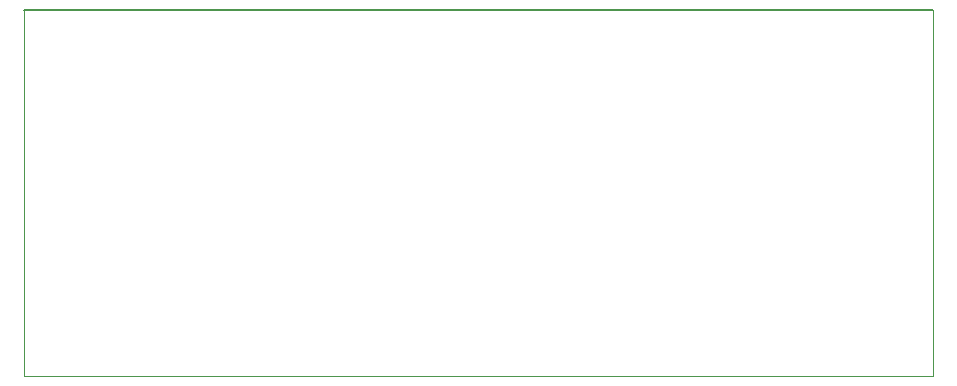
<source format=gbr>
%TF.GenerationSoftware,KiCad,Pcbnew,(6.0.2)*%
%TF.CreationDate,2022-04-04T11:02:24+02:00*%
%TF.ProjectId,numPAD_MCU,6e756d50-4144-45f4-9d43-552e6b696361,rev?*%
%TF.SameCoordinates,Original*%
%TF.FileFunction,Profile,NP*%
%FSLAX46Y46*%
G04 Gerber Fmt 4.6, Leading zero omitted, Abs format (unit mm)*
G04 Created by KiCad (PCBNEW (6.0.2)) date 2022-04-04 11:02:24*
%MOMM*%
%LPD*%
G01*
G04 APERTURE LIST*
%TA.AperFunction,Profile*%
%ADD10C,0.100000*%
%TD*%
%TA.AperFunction,Profile*%
%ADD11C,0.150000*%
%TD*%
G04 APERTURE END LIST*
D10*
X0Y0D02*
X77000000Y0D01*
D11*
X0Y31000000D02*
X77000000Y31000000D01*
D10*
X0Y31000000D02*
X0Y0D01*
X77000000Y31000000D02*
X77000000Y0D01*
M02*

</source>
